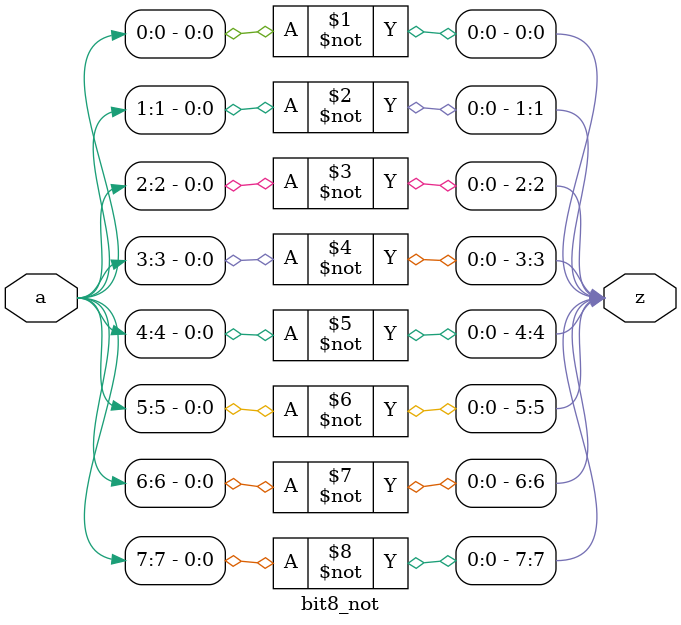
<source format=v>
`timescale 1ns / 1ps
module bit8_not(input wire [7:0] a,output wire [7:0] z);
not n0(z[0],a[0]);
not n1(z[1],a[1]);
not n2(z[2],a[2]);
not n3(z[3],a[3]);
not n4(z[4],a[4]);
not n5(z[5],a[5]);
not n6(z[6],a[6]);
not n7(z[7],a[7]);

endmodule

</source>
